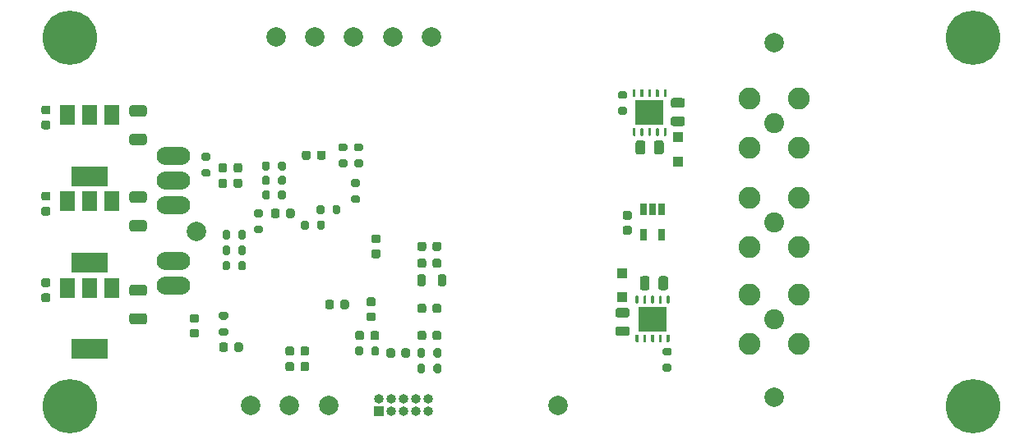
<source format=gbr>
%TF.GenerationSoftware,KiCad,Pcbnew,(5.1.9)-1*%
%TF.CreationDate,2021-05-24T23:59:08-02:30*%
%TF.ProjectId,WPT_TX,5750545f-5458-42e6-9b69-6361645f7063,rev?*%
%TF.SameCoordinates,Original*%
%TF.FileFunction,Soldermask,Bot*%
%TF.FilePolarity,Negative*%
%FSLAX46Y46*%
G04 Gerber Fmt 4.6, Leading zero omitted, Abs format (unit mm)*
G04 Created by KiCad (PCBNEW (5.1.9)-1) date 2021-05-24 23:59:08*
%MOMM*%
%LPD*%
G01*
G04 APERTURE LIST*
%ADD10R,3.000000X2.600000*%
%ADD11O,3.479800X1.841500*%
%ADD12R,3.800000X2.000000*%
%ADD13R,1.500000X2.000000*%
%ADD14R,0.650000X1.220000*%
%ADD15C,2.250000*%
%ADD16C,2.050000*%
%ADD17R,1.000000X1.000000*%
%ADD18O,1.000000X1.000000*%
%ADD19C,5.600000*%
%ADD20C,2.000000*%
G04 APERTURE END LIST*
%TO.C,U10*%
G36*
G01*
X162950000Y-102525000D02*
X162950000Y-101875000D01*
G75*
G02*
X163025000Y-101800000I75000J0D01*
G01*
X163175000Y-101800000D01*
G75*
G02*
X163250000Y-101875000I0J-75000D01*
G01*
X163250000Y-102525000D01*
G75*
G02*
X163175000Y-102600000I-75000J0D01*
G01*
X163025000Y-102600000D01*
G75*
G02*
X162950000Y-102525000I0J75000D01*
G01*
G37*
G36*
G01*
X163750000Y-102525000D02*
X163750000Y-101875000D01*
G75*
G02*
X163825000Y-101800000I75000J0D01*
G01*
X163975000Y-101800000D01*
G75*
G02*
X164050000Y-101875000I0J-75000D01*
G01*
X164050000Y-102525000D01*
G75*
G02*
X163975000Y-102600000I-75000J0D01*
G01*
X163825000Y-102600000D01*
G75*
G02*
X163750000Y-102525000I0J75000D01*
G01*
G37*
G36*
G01*
X164550000Y-102525000D02*
X164550000Y-101875000D01*
G75*
G02*
X164625000Y-101800000I75000J0D01*
G01*
X164775000Y-101800000D01*
G75*
G02*
X164850000Y-101875000I0J-75000D01*
G01*
X164850000Y-102525000D01*
G75*
G02*
X164775000Y-102600000I-75000J0D01*
G01*
X164625000Y-102600000D01*
G75*
G02*
X164550000Y-102525000I0J75000D01*
G01*
G37*
G36*
G01*
X165350000Y-102525000D02*
X165350000Y-101875000D01*
G75*
G02*
X165425000Y-101800000I75000J0D01*
G01*
X165575000Y-101800000D01*
G75*
G02*
X165650000Y-101875000I0J-75000D01*
G01*
X165650000Y-102525000D01*
G75*
G02*
X165575000Y-102600000I-75000J0D01*
G01*
X165425000Y-102600000D01*
G75*
G02*
X165350000Y-102525000I0J75000D01*
G01*
G37*
G36*
G01*
X166150000Y-102525000D02*
X166150000Y-101875000D01*
G75*
G02*
X166225000Y-101800000I75000J0D01*
G01*
X166375000Y-101800000D01*
G75*
G02*
X166450000Y-101875000I0J-75000D01*
G01*
X166450000Y-102525000D01*
G75*
G02*
X166375000Y-102600000I-75000J0D01*
G01*
X166225000Y-102600000D01*
G75*
G02*
X166150000Y-102525000I0J75000D01*
G01*
G37*
G36*
G01*
X162950000Y-106525000D02*
X162950000Y-105875000D01*
G75*
G02*
X163025000Y-105800000I75000J0D01*
G01*
X163175000Y-105800000D01*
G75*
G02*
X163250000Y-105875000I0J-75000D01*
G01*
X163250000Y-106525000D01*
G75*
G02*
X163175000Y-106600000I-75000J0D01*
G01*
X163025000Y-106600000D01*
G75*
G02*
X162950000Y-106525000I0J75000D01*
G01*
G37*
G36*
G01*
X163750000Y-106525000D02*
X163750000Y-105875000D01*
G75*
G02*
X163825000Y-105800000I75000J0D01*
G01*
X163975000Y-105800000D01*
G75*
G02*
X164050000Y-105875000I0J-75000D01*
G01*
X164050000Y-106525000D01*
G75*
G02*
X163975000Y-106600000I-75000J0D01*
G01*
X163825000Y-106600000D01*
G75*
G02*
X163750000Y-106525000I0J75000D01*
G01*
G37*
G36*
G01*
X164550000Y-106525000D02*
X164550000Y-105875000D01*
G75*
G02*
X164625000Y-105800000I75000J0D01*
G01*
X164775000Y-105800000D01*
G75*
G02*
X164850000Y-105875000I0J-75000D01*
G01*
X164850000Y-106525000D01*
G75*
G02*
X164775000Y-106600000I-75000J0D01*
G01*
X164625000Y-106600000D01*
G75*
G02*
X164550000Y-106525000I0J75000D01*
G01*
G37*
G36*
G01*
X165350000Y-106525000D02*
X165350000Y-105875000D01*
G75*
G02*
X165425000Y-105800000I75000J0D01*
G01*
X165575000Y-105800000D01*
G75*
G02*
X165650000Y-105875000I0J-75000D01*
G01*
X165650000Y-106525000D01*
G75*
G02*
X165575000Y-106600000I-75000J0D01*
G01*
X165425000Y-106600000D01*
G75*
G02*
X165350000Y-106525000I0J75000D01*
G01*
G37*
D10*
X164700000Y-104200000D03*
G36*
G01*
X166150000Y-106525000D02*
X166150000Y-105875000D01*
G75*
G02*
X166225000Y-105800000I75000J0D01*
G01*
X166375000Y-105800000D01*
G75*
G02*
X166450000Y-105875000I0J-75000D01*
G01*
X166450000Y-106525000D01*
G75*
G02*
X166375000Y-106600000I-75000J0D01*
G01*
X166225000Y-106600000D01*
G75*
G02*
X166150000Y-106525000I0J75000D01*
G01*
G37*
%TD*%
%TO.C,U13*%
G36*
G01*
X166750000Y-127175000D02*
X166750000Y-127825000D01*
G75*
G02*
X166675000Y-127900000I-75000J0D01*
G01*
X166525000Y-127900000D01*
G75*
G02*
X166450000Y-127825000I0J75000D01*
G01*
X166450000Y-127175000D01*
G75*
G02*
X166525000Y-127100000I75000J0D01*
G01*
X166675000Y-127100000D01*
G75*
G02*
X166750000Y-127175000I0J-75000D01*
G01*
G37*
G36*
G01*
X165950000Y-127175000D02*
X165950000Y-127825000D01*
G75*
G02*
X165875000Y-127900000I-75000J0D01*
G01*
X165725000Y-127900000D01*
G75*
G02*
X165650000Y-127825000I0J75000D01*
G01*
X165650000Y-127175000D01*
G75*
G02*
X165725000Y-127100000I75000J0D01*
G01*
X165875000Y-127100000D01*
G75*
G02*
X165950000Y-127175000I0J-75000D01*
G01*
G37*
G36*
G01*
X165150000Y-127175000D02*
X165150000Y-127825000D01*
G75*
G02*
X165075000Y-127900000I-75000J0D01*
G01*
X164925000Y-127900000D01*
G75*
G02*
X164850000Y-127825000I0J75000D01*
G01*
X164850000Y-127175000D01*
G75*
G02*
X164925000Y-127100000I75000J0D01*
G01*
X165075000Y-127100000D01*
G75*
G02*
X165150000Y-127175000I0J-75000D01*
G01*
G37*
G36*
G01*
X164350000Y-127175000D02*
X164350000Y-127825000D01*
G75*
G02*
X164275000Y-127900000I-75000J0D01*
G01*
X164125000Y-127900000D01*
G75*
G02*
X164050000Y-127825000I0J75000D01*
G01*
X164050000Y-127175000D01*
G75*
G02*
X164125000Y-127100000I75000J0D01*
G01*
X164275000Y-127100000D01*
G75*
G02*
X164350000Y-127175000I0J-75000D01*
G01*
G37*
G36*
G01*
X163550000Y-127175000D02*
X163550000Y-127825000D01*
G75*
G02*
X163475000Y-127900000I-75000J0D01*
G01*
X163325000Y-127900000D01*
G75*
G02*
X163250000Y-127825000I0J75000D01*
G01*
X163250000Y-127175000D01*
G75*
G02*
X163325000Y-127100000I75000J0D01*
G01*
X163475000Y-127100000D01*
G75*
G02*
X163550000Y-127175000I0J-75000D01*
G01*
G37*
G36*
G01*
X166750000Y-123175000D02*
X166750000Y-123825000D01*
G75*
G02*
X166675000Y-123900000I-75000J0D01*
G01*
X166525000Y-123900000D01*
G75*
G02*
X166450000Y-123825000I0J75000D01*
G01*
X166450000Y-123175000D01*
G75*
G02*
X166525000Y-123100000I75000J0D01*
G01*
X166675000Y-123100000D01*
G75*
G02*
X166750000Y-123175000I0J-75000D01*
G01*
G37*
G36*
G01*
X165950000Y-123175000D02*
X165950000Y-123825000D01*
G75*
G02*
X165875000Y-123900000I-75000J0D01*
G01*
X165725000Y-123900000D01*
G75*
G02*
X165650000Y-123825000I0J75000D01*
G01*
X165650000Y-123175000D01*
G75*
G02*
X165725000Y-123100000I75000J0D01*
G01*
X165875000Y-123100000D01*
G75*
G02*
X165950000Y-123175000I0J-75000D01*
G01*
G37*
G36*
G01*
X165150000Y-123175000D02*
X165150000Y-123825000D01*
G75*
G02*
X165075000Y-123900000I-75000J0D01*
G01*
X164925000Y-123900000D01*
G75*
G02*
X164850000Y-123825000I0J75000D01*
G01*
X164850000Y-123175000D01*
G75*
G02*
X164925000Y-123100000I75000J0D01*
G01*
X165075000Y-123100000D01*
G75*
G02*
X165150000Y-123175000I0J-75000D01*
G01*
G37*
G36*
G01*
X164350000Y-123175000D02*
X164350000Y-123825000D01*
G75*
G02*
X164275000Y-123900000I-75000J0D01*
G01*
X164125000Y-123900000D01*
G75*
G02*
X164050000Y-123825000I0J75000D01*
G01*
X164050000Y-123175000D01*
G75*
G02*
X164125000Y-123100000I75000J0D01*
G01*
X164275000Y-123100000D01*
G75*
G02*
X164350000Y-123175000I0J-75000D01*
G01*
G37*
X165000000Y-125500000D03*
G36*
G01*
X163550000Y-123175000D02*
X163550000Y-123825000D01*
G75*
G02*
X163475000Y-123900000I-75000J0D01*
G01*
X163325000Y-123900000D01*
G75*
G02*
X163250000Y-123825000I0J75000D01*
G01*
X163250000Y-123175000D01*
G75*
G02*
X163325000Y-123100000I75000J0D01*
G01*
X163475000Y-123100000D01*
G75*
G02*
X163550000Y-123175000I0J-75000D01*
G01*
G37*
%TD*%
D11*
%TO.C,J7*%
X115620000Y-111250000D03*
X115620000Y-113790000D03*
X115620000Y-108710000D03*
%TD*%
%TO.C,J8*%
X115620000Y-122020000D03*
X115620000Y-119480000D03*
%TD*%
%TO.C,C1*%
G36*
G01*
X102250000Y-103475000D02*
X102750000Y-103475000D01*
G75*
G02*
X102975000Y-103700000I0J-225000D01*
G01*
X102975000Y-104150000D01*
G75*
G02*
X102750000Y-104375000I-225000J0D01*
G01*
X102250000Y-104375000D01*
G75*
G02*
X102025000Y-104150000I0J225000D01*
G01*
X102025000Y-103700000D01*
G75*
G02*
X102250000Y-103475000I225000J0D01*
G01*
G37*
G36*
G01*
X102250000Y-105025000D02*
X102750000Y-105025000D01*
G75*
G02*
X102975000Y-105250000I0J-225000D01*
G01*
X102975000Y-105700000D01*
G75*
G02*
X102750000Y-105925000I-225000J0D01*
G01*
X102250000Y-105925000D01*
G75*
G02*
X102025000Y-105700000I0J225000D01*
G01*
X102025000Y-105250000D01*
G75*
G02*
X102250000Y-105025000I225000J0D01*
G01*
G37*
%TD*%
%TO.C,C2*%
G36*
G01*
X102250000Y-113925000D02*
X102750000Y-113925000D01*
G75*
G02*
X102975000Y-114150000I0J-225000D01*
G01*
X102975000Y-114600000D01*
G75*
G02*
X102750000Y-114825000I-225000J0D01*
G01*
X102250000Y-114825000D01*
G75*
G02*
X102025000Y-114600000I0J225000D01*
G01*
X102025000Y-114150000D01*
G75*
G02*
X102250000Y-113925000I225000J0D01*
G01*
G37*
G36*
G01*
X102250000Y-112375000D02*
X102750000Y-112375000D01*
G75*
G02*
X102975000Y-112600000I0J-225000D01*
G01*
X102975000Y-113050000D01*
G75*
G02*
X102750000Y-113275000I-225000J0D01*
G01*
X102250000Y-113275000D01*
G75*
G02*
X102025000Y-113050000I0J225000D01*
G01*
X102025000Y-112600000D01*
G75*
G02*
X102250000Y-112375000I225000J0D01*
G01*
G37*
%TD*%
%TO.C,C3*%
G36*
G01*
X102250000Y-121300000D02*
X102750000Y-121300000D01*
G75*
G02*
X102975000Y-121525000I0J-225000D01*
G01*
X102975000Y-121975000D01*
G75*
G02*
X102750000Y-122200000I-225000J0D01*
G01*
X102250000Y-122200000D01*
G75*
G02*
X102025000Y-121975000I0J225000D01*
G01*
X102025000Y-121525000D01*
G75*
G02*
X102250000Y-121300000I225000J0D01*
G01*
G37*
G36*
G01*
X102250000Y-122850000D02*
X102750000Y-122850000D01*
G75*
G02*
X102975000Y-123075000I0J-225000D01*
G01*
X102975000Y-123525000D01*
G75*
G02*
X102750000Y-123750000I-225000J0D01*
G01*
X102250000Y-123750000D01*
G75*
G02*
X102025000Y-123525000I0J225000D01*
G01*
X102025000Y-123075000D01*
G75*
G02*
X102250000Y-122850000I225000J0D01*
G01*
G37*
%TD*%
%TO.C,C4*%
G36*
G01*
X121825000Y-110150000D02*
X121825000Y-109650000D01*
G75*
G02*
X122050000Y-109425000I225000J0D01*
G01*
X122500000Y-109425000D01*
G75*
G02*
X122725000Y-109650000I0J-225000D01*
G01*
X122725000Y-110150000D01*
G75*
G02*
X122500000Y-110375000I-225000J0D01*
G01*
X122050000Y-110375000D01*
G75*
G02*
X121825000Y-110150000I0J225000D01*
G01*
G37*
G36*
G01*
X120275000Y-110150000D02*
X120275000Y-109650000D01*
G75*
G02*
X120500000Y-109425000I225000J0D01*
G01*
X120950000Y-109425000D01*
G75*
G02*
X121175000Y-109650000I0J-225000D01*
G01*
X121175000Y-110150000D01*
G75*
G02*
X120950000Y-110375000I-225000J0D01*
G01*
X120500000Y-110375000D01*
G75*
G02*
X120275000Y-110150000I0J225000D01*
G01*
G37*
%TD*%
%TO.C,C5*%
G36*
G01*
X131325000Y-108350000D02*
X131325000Y-108850000D01*
G75*
G02*
X131100000Y-109075000I-225000J0D01*
G01*
X130650000Y-109075000D01*
G75*
G02*
X130425000Y-108850000I0J225000D01*
G01*
X130425000Y-108350000D01*
G75*
G02*
X130650000Y-108125000I225000J0D01*
G01*
X131100000Y-108125000D01*
G75*
G02*
X131325000Y-108350000I0J-225000D01*
G01*
G37*
G36*
G01*
X129775000Y-108350000D02*
X129775000Y-108850000D01*
G75*
G02*
X129550000Y-109075000I-225000J0D01*
G01*
X129100000Y-109075000D01*
G75*
G02*
X128875000Y-108850000I0J225000D01*
G01*
X128875000Y-108350000D01*
G75*
G02*
X129100000Y-108125000I225000J0D01*
G01*
X129550000Y-108125000D01*
G75*
G02*
X129775000Y-108350000I0J-225000D01*
G01*
G37*
%TD*%
%TO.C,C9*%
G36*
G01*
X121825000Y-111750000D02*
X121825000Y-111250000D01*
G75*
G02*
X122050000Y-111025000I225000J0D01*
G01*
X122500000Y-111025000D01*
G75*
G02*
X122725000Y-111250000I0J-225000D01*
G01*
X122725000Y-111750000D01*
G75*
G02*
X122500000Y-111975000I-225000J0D01*
G01*
X122050000Y-111975000D01*
G75*
G02*
X121825000Y-111750000I0J225000D01*
G01*
G37*
G36*
G01*
X120275000Y-111750000D02*
X120275000Y-111250000D01*
G75*
G02*
X120500000Y-111025000I225000J0D01*
G01*
X120950000Y-111025000D01*
G75*
G02*
X121175000Y-111250000I0J-225000D01*
G01*
X121175000Y-111750000D01*
G75*
G02*
X120950000Y-111975000I-225000J0D01*
G01*
X120500000Y-111975000D01*
G75*
G02*
X120275000Y-111750000I0J225000D01*
G01*
G37*
%TD*%
%TO.C,C11*%
G36*
G01*
X127225000Y-114850000D02*
X127225000Y-114350000D01*
G75*
G02*
X127450000Y-114125000I225000J0D01*
G01*
X127900000Y-114125000D01*
G75*
G02*
X128125000Y-114350000I0J-225000D01*
G01*
X128125000Y-114850000D01*
G75*
G02*
X127900000Y-115075000I-225000J0D01*
G01*
X127450000Y-115075000D01*
G75*
G02*
X127225000Y-114850000I0J225000D01*
G01*
G37*
G36*
G01*
X125675000Y-114850000D02*
X125675000Y-114350000D01*
G75*
G02*
X125900000Y-114125000I225000J0D01*
G01*
X126350000Y-114125000D01*
G75*
G02*
X126575000Y-114350000I0J-225000D01*
G01*
X126575000Y-114850000D01*
G75*
G02*
X126350000Y-115075000I-225000J0D01*
G01*
X125900000Y-115075000D01*
G75*
G02*
X125675000Y-114850000I0J225000D01*
G01*
G37*
%TD*%
%TO.C,C12*%
G36*
G01*
X140775000Y-127450000D02*
X140775000Y-126950000D01*
G75*
G02*
X141000000Y-126725000I225000J0D01*
G01*
X141450000Y-126725000D01*
G75*
G02*
X141675000Y-126950000I0J-225000D01*
G01*
X141675000Y-127450000D01*
G75*
G02*
X141450000Y-127675000I-225000J0D01*
G01*
X141000000Y-127675000D01*
G75*
G02*
X140775000Y-127450000I0J225000D01*
G01*
G37*
G36*
G01*
X142325000Y-127450000D02*
X142325000Y-126950000D01*
G75*
G02*
X142550000Y-126725000I225000J0D01*
G01*
X143000000Y-126725000D01*
G75*
G02*
X143225000Y-126950000I0J-225000D01*
G01*
X143225000Y-127450000D01*
G75*
G02*
X143000000Y-127675000I-225000J0D01*
G01*
X142550000Y-127675000D01*
G75*
G02*
X142325000Y-127450000I0J225000D01*
G01*
G37*
%TD*%
%TO.C,C13*%
G36*
G01*
X142325000Y-124650000D02*
X142325000Y-124150000D01*
G75*
G02*
X142550000Y-123925000I225000J0D01*
G01*
X143000000Y-123925000D01*
G75*
G02*
X143225000Y-124150000I0J-225000D01*
G01*
X143225000Y-124650000D01*
G75*
G02*
X143000000Y-124875000I-225000J0D01*
G01*
X142550000Y-124875000D01*
G75*
G02*
X142325000Y-124650000I0J225000D01*
G01*
G37*
G36*
G01*
X140775000Y-124650000D02*
X140775000Y-124150000D01*
G75*
G02*
X141000000Y-123925000I225000J0D01*
G01*
X141450000Y-123925000D01*
G75*
G02*
X141675000Y-124150000I0J-225000D01*
G01*
X141675000Y-124650000D01*
G75*
G02*
X141450000Y-124875000I-225000J0D01*
G01*
X141000000Y-124875000D01*
G75*
G02*
X140775000Y-124650000I0J225000D01*
G01*
G37*
%TD*%
%TO.C,C14*%
G36*
G01*
X142325000Y-120000000D02*
X142325000Y-119500000D01*
G75*
G02*
X142550000Y-119275000I225000J0D01*
G01*
X143000000Y-119275000D01*
G75*
G02*
X143225000Y-119500000I0J-225000D01*
G01*
X143225000Y-120000000D01*
G75*
G02*
X143000000Y-120225000I-225000J0D01*
G01*
X142550000Y-120225000D01*
G75*
G02*
X142325000Y-120000000I0J225000D01*
G01*
G37*
G36*
G01*
X140775000Y-120000000D02*
X140775000Y-119500000D01*
G75*
G02*
X141000000Y-119275000I225000J0D01*
G01*
X141450000Y-119275000D01*
G75*
G02*
X141675000Y-119500000I0J-225000D01*
G01*
X141675000Y-120000000D01*
G75*
G02*
X141450000Y-120225000I-225000J0D01*
G01*
X141000000Y-120225000D01*
G75*
G02*
X140775000Y-120000000I0J225000D01*
G01*
G37*
%TD*%
%TO.C,C15*%
G36*
G01*
X142325000Y-118250000D02*
X142325000Y-117750000D01*
G75*
G02*
X142550000Y-117525000I225000J0D01*
G01*
X143000000Y-117525000D01*
G75*
G02*
X143225000Y-117750000I0J-225000D01*
G01*
X143225000Y-118250000D01*
G75*
G02*
X143000000Y-118475000I-225000J0D01*
G01*
X142550000Y-118475000D01*
G75*
G02*
X142325000Y-118250000I0J225000D01*
G01*
G37*
G36*
G01*
X140775000Y-118250000D02*
X140775000Y-117750000D01*
G75*
G02*
X141000000Y-117525000I225000J0D01*
G01*
X141450000Y-117525000D01*
G75*
G02*
X141675000Y-117750000I0J-225000D01*
G01*
X141675000Y-118250000D01*
G75*
G02*
X141450000Y-118475000I-225000J0D01*
G01*
X141000000Y-118475000D01*
G75*
G02*
X140775000Y-118250000I0J225000D01*
G01*
G37*
%TD*%
%TO.C,C16*%
G36*
G01*
X162650000Y-116800000D02*
X162150000Y-116800000D01*
G75*
G02*
X161925000Y-116575000I0J225000D01*
G01*
X161925000Y-116125000D01*
G75*
G02*
X162150000Y-115900000I225000J0D01*
G01*
X162650000Y-115900000D01*
G75*
G02*
X162875000Y-116125000I0J-225000D01*
G01*
X162875000Y-116575000D01*
G75*
G02*
X162650000Y-116800000I-225000J0D01*
G01*
G37*
G36*
G01*
X162650000Y-115250000D02*
X162150000Y-115250000D01*
G75*
G02*
X161925000Y-115025000I0J225000D01*
G01*
X161925000Y-114575000D01*
G75*
G02*
X162150000Y-114350000I225000J0D01*
G01*
X162650000Y-114350000D01*
G75*
G02*
X162875000Y-114575000I0J-225000D01*
G01*
X162875000Y-115025000D01*
G75*
G02*
X162650000Y-115250000I-225000J0D01*
G01*
G37*
%TD*%
%TO.C,C17*%
G36*
G01*
X135925000Y-127450000D02*
X135925000Y-126950000D01*
G75*
G02*
X136150000Y-126725000I225000J0D01*
G01*
X136600000Y-126725000D01*
G75*
G02*
X136825000Y-126950000I0J-225000D01*
G01*
X136825000Y-127450000D01*
G75*
G02*
X136600000Y-127675000I-225000J0D01*
G01*
X136150000Y-127675000D01*
G75*
G02*
X135925000Y-127450000I0J225000D01*
G01*
G37*
G36*
G01*
X134375000Y-127450000D02*
X134375000Y-126950000D01*
G75*
G02*
X134600000Y-126725000I225000J0D01*
G01*
X135050000Y-126725000D01*
G75*
G02*
X135275000Y-126950000I0J-225000D01*
G01*
X135275000Y-127450000D01*
G75*
G02*
X135050000Y-127675000I-225000J0D01*
G01*
X134600000Y-127675000D01*
G75*
G02*
X134375000Y-127450000I0J225000D01*
G01*
G37*
%TD*%
%TO.C,C18*%
G36*
G01*
X136250000Y-116775000D02*
X136750000Y-116775000D01*
G75*
G02*
X136975000Y-117000000I0J-225000D01*
G01*
X136975000Y-117450000D01*
G75*
G02*
X136750000Y-117675000I-225000J0D01*
G01*
X136250000Y-117675000D01*
G75*
G02*
X136025000Y-117450000I0J225000D01*
G01*
X136025000Y-117000000D01*
G75*
G02*
X136250000Y-116775000I225000J0D01*
G01*
G37*
G36*
G01*
X136250000Y-118325000D02*
X136750000Y-118325000D01*
G75*
G02*
X136975000Y-118550000I0J-225000D01*
G01*
X136975000Y-119000000D01*
G75*
G02*
X136750000Y-119225000I-225000J0D01*
G01*
X136250000Y-119225000D01*
G75*
G02*
X136025000Y-119000000I0J225000D01*
G01*
X136025000Y-118550000D01*
G75*
G02*
X136250000Y-118325000I225000J0D01*
G01*
G37*
%TD*%
%TO.C,C19*%
G36*
G01*
X131275000Y-124250000D02*
X131275000Y-123750000D01*
G75*
G02*
X131500000Y-123525000I225000J0D01*
G01*
X131950000Y-123525000D01*
G75*
G02*
X132175000Y-123750000I0J-225000D01*
G01*
X132175000Y-124250000D01*
G75*
G02*
X131950000Y-124475000I-225000J0D01*
G01*
X131500000Y-124475000D01*
G75*
G02*
X131275000Y-124250000I0J225000D01*
G01*
G37*
G36*
G01*
X132825000Y-124250000D02*
X132825000Y-123750000D01*
G75*
G02*
X133050000Y-123525000I225000J0D01*
G01*
X133500000Y-123525000D01*
G75*
G02*
X133725000Y-123750000I0J-225000D01*
G01*
X133725000Y-124250000D01*
G75*
G02*
X133500000Y-124475000I-225000J0D01*
G01*
X133050000Y-124475000D01*
G75*
G02*
X132825000Y-124250000I0J225000D01*
G01*
G37*
%TD*%
%TO.C,C20*%
G36*
G01*
X136250000Y-124175000D02*
X135750000Y-124175000D01*
G75*
G02*
X135525000Y-123950000I0J225000D01*
G01*
X135525000Y-123500000D01*
G75*
G02*
X135750000Y-123275000I225000J0D01*
G01*
X136250000Y-123275000D01*
G75*
G02*
X136475000Y-123500000I0J-225000D01*
G01*
X136475000Y-123950000D01*
G75*
G02*
X136250000Y-124175000I-225000J0D01*
G01*
G37*
G36*
G01*
X136250000Y-125725000D02*
X135750000Y-125725000D01*
G75*
G02*
X135525000Y-125500000I0J225000D01*
G01*
X135525000Y-125050000D01*
G75*
G02*
X135750000Y-124825000I225000J0D01*
G01*
X136250000Y-124825000D01*
G75*
G02*
X136475000Y-125050000I0J-225000D01*
G01*
X136475000Y-125500000D01*
G75*
G02*
X136250000Y-125725000I-225000J0D01*
G01*
G37*
%TD*%
%TO.C,C22*%
G36*
G01*
X128725000Y-130650000D02*
X128725000Y-130150000D01*
G75*
G02*
X128950000Y-129925000I225000J0D01*
G01*
X129400000Y-129925000D01*
G75*
G02*
X129625000Y-130150000I0J-225000D01*
G01*
X129625000Y-130650000D01*
G75*
G02*
X129400000Y-130875000I-225000J0D01*
G01*
X128950000Y-130875000D01*
G75*
G02*
X128725000Y-130650000I0J225000D01*
G01*
G37*
G36*
G01*
X127175000Y-130650000D02*
X127175000Y-130150000D01*
G75*
G02*
X127400000Y-129925000I225000J0D01*
G01*
X127850000Y-129925000D01*
G75*
G02*
X128075000Y-130150000I0J-225000D01*
G01*
X128075000Y-130650000D01*
G75*
G02*
X127850000Y-130875000I-225000J0D01*
G01*
X127400000Y-130875000D01*
G75*
G02*
X127175000Y-130650000I0J225000D01*
G01*
G37*
%TD*%
%TO.C,C23*%
G36*
G01*
X129625000Y-128550000D02*
X129625000Y-129050000D01*
G75*
G02*
X129400000Y-129275000I-225000J0D01*
G01*
X128950000Y-129275000D01*
G75*
G02*
X128725000Y-129050000I0J225000D01*
G01*
X128725000Y-128550000D01*
G75*
G02*
X128950000Y-128325000I225000J0D01*
G01*
X129400000Y-128325000D01*
G75*
G02*
X129625000Y-128550000I0J-225000D01*
G01*
G37*
G36*
G01*
X128075000Y-128550000D02*
X128075000Y-129050000D01*
G75*
G02*
X127850000Y-129275000I-225000J0D01*
G01*
X127400000Y-129275000D01*
G75*
G02*
X127175000Y-129050000I0J225000D01*
G01*
X127175000Y-128550000D01*
G75*
G02*
X127400000Y-128325000I225000J0D01*
G01*
X127850000Y-128325000D01*
G75*
G02*
X128075000Y-128550000I0J-225000D01*
G01*
G37*
%TD*%
%TO.C,C25*%
G36*
G01*
X121900000Y-128650000D02*
X121900000Y-128150000D01*
G75*
G02*
X122125000Y-127925000I225000J0D01*
G01*
X122575000Y-127925000D01*
G75*
G02*
X122800000Y-128150000I0J-225000D01*
G01*
X122800000Y-128650000D01*
G75*
G02*
X122575000Y-128875000I-225000J0D01*
G01*
X122125000Y-128875000D01*
G75*
G02*
X121900000Y-128650000I0J225000D01*
G01*
G37*
G36*
G01*
X120350000Y-128650000D02*
X120350000Y-128150000D01*
G75*
G02*
X120575000Y-127925000I225000J0D01*
G01*
X121025000Y-127925000D01*
G75*
G02*
X121250000Y-128150000I0J-225000D01*
G01*
X121250000Y-128650000D01*
G75*
G02*
X121025000Y-128875000I-225000J0D01*
G01*
X120575000Y-128875000D01*
G75*
G02*
X120350000Y-128650000I0J225000D01*
G01*
G37*
%TD*%
%TO.C,C31*%
G36*
G01*
X118050000Y-127425000D02*
X117550000Y-127425000D01*
G75*
G02*
X117325000Y-127200000I0J225000D01*
G01*
X117325000Y-126750000D01*
G75*
G02*
X117550000Y-126525000I225000J0D01*
G01*
X118050000Y-126525000D01*
G75*
G02*
X118275000Y-126750000I0J-225000D01*
G01*
X118275000Y-127200000D01*
G75*
G02*
X118050000Y-127425000I-225000J0D01*
G01*
G37*
G36*
G01*
X118050000Y-125875000D02*
X117550000Y-125875000D01*
G75*
G02*
X117325000Y-125650000I0J225000D01*
G01*
X117325000Y-125200000D01*
G75*
G02*
X117550000Y-124975000I225000J0D01*
G01*
X118050000Y-124975000D01*
G75*
G02*
X118275000Y-125200000I0J-225000D01*
G01*
X118275000Y-125650000D01*
G75*
G02*
X118050000Y-125875000I-225000J0D01*
G01*
G37*
%TD*%
%TO.C,C32*%
G36*
G01*
X163700000Y-122275000D02*
X163700000Y-121325000D01*
G75*
G02*
X163950000Y-121075000I250000J0D01*
G01*
X164450000Y-121075000D01*
G75*
G02*
X164700000Y-121325000I0J-250000D01*
G01*
X164700000Y-122275000D01*
G75*
G02*
X164450000Y-122525000I-250000J0D01*
G01*
X163950000Y-122525000D01*
G75*
G02*
X163700000Y-122275000I0J250000D01*
G01*
G37*
G36*
G01*
X165600000Y-122275000D02*
X165600000Y-121325000D01*
G75*
G02*
X165850000Y-121075000I250000J0D01*
G01*
X166350000Y-121075000D01*
G75*
G02*
X166600000Y-121325000I0J-250000D01*
G01*
X166600000Y-122275000D01*
G75*
G02*
X166350000Y-122525000I-250000J0D01*
G01*
X165850000Y-122525000D01*
G75*
G02*
X165600000Y-122275000I0J250000D01*
G01*
G37*
%TD*%
%TO.C,C33*%
G36*
G01*
X140025000Y-128750000D02*
X140025000Y-129250000D01*
G75*
G02*
X139800000Y-129475000I-225000J0D01*
G01*
X139350000Y-129475000D01*
G75*
G02*
X139125000Y-129250000I0J225000D01*
G01*
X139125000Y-128750000D01*
G75*
G02*
X139350000Y-128525000I225000J0D01*
G01*
X139800000Y-128525000D01*
G75*
G02*
X140025000Y-128750000I0J-225000D01*
G01*
G37*
G36*
G01*
X138475000Y-128750000D02*
X138475000Y-129250000D01*
G75*
G02*
X138250000Y-129475000I-225000J0D01*
G01*
X137800000Y-129475000D01*
G75*
G02*
X137575000Y-129250000I0J225000D01*
G01*
X137575000Y-128750000D01*
G75*
G02*
X137800000Y-128525000I225000J0D01*
G01*
X138250000Y-128525000D01*
G75*
G02*
X138475000Y-128750000I0J-225000D01*
G01*
G37*
%TD*%
%TO.C,FB1*%
G36*
G01*
X140750000Y-121881250D02*
X140750000Y-121118750D01*
G75*
G02*
X140968750Y-120900000I218750J0D01*
G01*
X141406250Y-120900000D01*
G75*
G02*
X141625000Y-121118750I0J-218750D01*
G01*
X141625000Y-121881250D01*
G75*
G02*
X141406250Y-122100000I-218750J0D01*
G01*
X140968750Y-122100000D01*
G75*
G02*
X140750000Y-121881250I0J218750D01*
G01*
G37*
G36*
G01*
X142875000Y-121881250D02*
X142875000Y-121118750D01*
G75*
G02*
X143093750Y-120900000I218750J0D01*
G01*
X143531250Y-120900000D01*
G75*
G02*
X143750000Y-121118750I0J-218750D01*
G01*
X143750000Y-121881250D01*
G75*
G02*
X143531250Y-122100000I-218750J0D01*
G01*
X143093750Y-122100000D01*
G75*
G02*
X142875000Y-121881250I0J218750D01*
G01*
G37*
%TD*%
%TO.C,R1*%
G36*
G01*
X119275000Y-109175000D02*
X118725000Y-109175000D01*
G75*
G02*
X118525000Y-108975000I0J200000D01*
G01*
X118525000Y-108575000D01*
G75*
G02*
X118725000Y-108375000I200000J0D01*
G01*
X119275000Y-108375000D01*
G75*
G02*
X119475000Y-108575000I0J-200000D01*
G01*
X119475000Y-108975000D01*
G75*
G02*
X119275000Y-109175000I-200000J0D01*
G01*
G37*
G36*
G01*
X119275000Y-110825000D02*
X118725000Y-110825000D01*
G75*
G02*
X118525000Y-110625000I0J200000D01*
G01*
X118525000Y-110225000D01*
G75*
G02*
X118725000Y-110025000I200000J0D01*
G01*
X119275000Y-110025000D01*
G75*
G02*
X119475000Y-110225000I0J-200000D01*
G01*
X119475000Y-110625000D01*
G75*
G02*
X119275000Y-110825000I-200000J0D01*
G01*
G37*
%TD*%
%TO.C,R3*%
G36*
G01*
X127225000Y-109425000D02*
X127225000Y-109975000D01*
G75*
G02*
X127025000Y-110175000I-200000J0D01*
G01*
X126625000Y-110175000D01*
G75*
G02*
X126425000Y-109975000I0J200000D01*
G01*
X126425000Y-109425000D01*
G75*
G02*
X126625000Y-109225000I200000J0D01*
G01*
X127025000Y-109225000D01*
G75*
G02*
X127225000Y-109425000I0J-200000D01*
G01*
G37*
G36*
G01*
X125575000Y-109425000D02*
X125575000Y-109975000D01*
G75*
G02*
X125375000Y-110175000I-200000J0D01*
G01*
X124975000Y-110175000D01*
G75*
G02*
X124775000Y-109975000I0J200000D01*
G01*
X124775000Y-109425000D01*
G75*
G02*
X124975000Y-109225000I200000J0D01*
G01*
X125375000Y-109225000D01*
G75*
G02*
X125575000Y-109425000I0J-200000D01*
G01*
G37*
%TD*%
%TO.C,R7*%
G36*
G01*
X123125000Y-118125000D02*
X123125000Y-118675000D01*
G75*
G02*
X122925000Y-118875000I-200000J0D01*
G01*
X122525000Y-118875000D01*
G75*
G02*
X122325000Y-118675000I0J200000D01*
G01*
X122325000Y-118125000D01*
G75*
G02*
X122525000Y-117925000I200000J0D01*
G01*
X122925000Y-117925000D01*
G75*
G02*
X123125000Y-118125000I0J-200000D01*
G01*
G37*
G36*
G01*
X121475000Y-118125000D02*
X121475000Y-118675000D01*
G75*
G02*
X121275000Y-118875000I-200000J0D01*
G01*
X120875000Y-118875000D01*
G75*
G02*
X120675000Y-118675000I0J200000D01*
G01*
X120675000Y-118125000D01*
G75*
G02*
X120875000Y-117925000I200000J0D01*
G01*
X121275000Y-117925000D01*
G75*
G02*
X121475000Y-118125000I0J-200000D01*
G01*
G37*
%TD*%
%TO.C,R10*%
G36*
G01*
X121475000Y-116525000D02*
X121475000Y-117075000D01*
G75*
G02*
X121275000Y-117275000I-200000J0D01*
G01*
X120875000Y-117275000D01*
G75*
G02*
X120675000Y-117075000I0J200000D01*
G01*
X120675000Y-116525000D01*
G75*
G02*
X120875000Y-116325000I200000J0D01*
G01*
X121275000Y-116325000D01*
G75*
G02*
X121475000Y-116525000I0J-200000D01*
G01*
G37*
G36*
G01*
X123125000Y-116525000D02*
X123125000Y-117075000D01*
G75*
G02*
X122925000Y-117275000I-200000J0D01*
G01*
X122525000Y-117275000D01*
G75*
G02*
X122325000Y-117075000I0J200000D01*
G01*
X122325000Y-116525000D01*
G75*
G02*
X122525000Y-116325000I200000J0D01*
G01*
X122925000Y-116325000D01*
G75*
G02*
X123125000Y-116525000I0J-200000D01*
G01*
G37*
%TD*%
%TO.C,R11*%
G36*
G01*
X140775000Y-129275000D02*
X140775000Y-128725000D01*
G75*
G02*
X140975000Y-128525000I200000J0D01*
G01*
X141375000Y-128525000D01*
G75*
G02*
X141575000Y-128725000I0J-200000D01*
G01*
X141575000Y-129275000D01*
G75*
G02*
X141375000Y-129475000I-200000J0D01*
G01*
X140975000Y-129475000D01*
G75*
G02*
X140775000Y-129275000I0J200000D01*
G01*
G37*
G36*
G01*
X142425000Y-129275000D02*
X142425000Y-128725000D01*
G75*
G02*
X142625000Y-128525000I200000J0D01*
G01*
X143025000Y-128525000D01*
G75*
G02*
X143225000Y-128725000I0J-200000D01*
G01*
X143225000Y-129275000D01*
G75*
G02*
X143025000Y-129475000I-200000J0D01*
G01*
X142625000Y-129475000D01*
G75*
G02*
X142425000Y-129275000I0J200000D01*
G01*
G37*
%TD*%
%TO.C,R12*%
G36*
G01*
X141575000Y-130325000D02*
X141575000Y-130875000D01*
G75*
G02*
X141375000Y-131075000I-200000J0D01*
G01*
X140975000Y-131075000D01*
G75*
G02*
X140775000Y-130875000I0J200000D01*
G01*
X140775000Y-130325000D01*
G75*
G02*
X140975000Y-130125000I200000J0D01*
G01*
X141375000Y-130125000D01*
G75*
G02*
X141575000Y-130325000I0J-200000D01*
G01*
G37*
G36*
G01*
X143225000Y-130325000D02*
X143225000Y-130875000D01*
G75*
G02*
X143025000Y-131075000I-200000J0D01*
G01*
X142625000Y-131075000D01*
G75*
G02*
X142425000Y-130875000I0J200000D01*
G01*
X142425000Y-130325000D01*
G75*
G02*
X142625000Y-130125000I200000J0D01*
G01*
X143025000Y-130125000D01*
G75*
G02*
X143225000Y-130325000I0J-200000D01*
G01*
G37*
%TD*%
%TO.C,R13*%
G36*
G01*
X123125000Y-119725000D02*
X123125000Y-120275000D01*
G75*
G02*
X122925000Y-120475000I-200000J0D01*
G01*
X122525000Y-120475000D01*
G75*
G02*
X122325000Y-120275000I0J200000D01*
G01*
X122325000Y-119725000D01*
G75*
G02*
X122525000Y-119525000I200000J0D01*
G01*
X122925000Y-119525000D01*
G75*
G02*
X123125000Y-119725000I0J-200000D01*
G01*
G37*
G36*
G01*
X121475000Y-119725000D02*
X121475000Y-120275000D01*
G75*
G02*
X121275000Y-120475000I-200000J0D01*
G01*
X120875000Y-120475000D01*
G75*
G02*
X120675000Y-120275000I0J200000D01*
G01*
X120675000Y-119725000D01*
G75*
G02*
X120875000Y-119525000I200000J0D01*
G01*
X121275000Y-119525000D01*
G75*
G02*
X121475000Y-119725000I0J-200000D01*
G01*
G37*
%TD*%
%TO.C,R14*%
G36*
G01*
X132825000Y-109025000D02*
X133375000Y-109025000D01*
G75*
G02*
X133575000Y-109225000I0J-200000D01*
G01*
X133575000Y-109625000D01*
G75*
G02*
X133375000Y-109825000I-200000J0D01*
G01*
X132825000Y-109825000D01*
G75*
G02*
X132625000Y-109625000I0J200000D01*
G01*
X132625000Y-109225000D01*
G75*
G02*
X132825000Y-109025000I200000J0D01*
G01*
G37*
G36*
G01*
X132825000Y-107375000D02*
X133375000Y-107375000D01*
G75*
G02*
X133575000Y-107575000I0J-200000D01*
G01*
X133575000Y-107975000D01*
G75*
G02*
X133375000Y-108175000I-200000J0D01*
G01*
X132825000Y-108175000D01*
G75*
G02*
X132625000Y-107975000I0J200000D01*
G01*
X132625000Y-107575000D01*
G75*
G02*
X132825000Y-107375000I200000J0D01*
G01*
G37*
%TD*%
%TO.C,R16*%
G36*
G01*
X134425000Y-107375000D02*
X134975000Y-107375000D01*
G75*
G02*
X135175000Y-107575000I0J-200000D01*
G01*
X135175000Y-107975000D01*
G75*
G02*
X134975000Y-108175000I-200000J0D01*
G01*
X134425000Y-108175000D01*
G75*
G02*
X134225000Y-107975000I0J200000D01*
G01*
X134225000Y-107575000D01*
G75*
G02*
X134425000Y-107375000I200000J0D01*
G01*
G37*
G36*
G01*
X134425000Y-109025000D02*
X134975000Y-109025000D01*
G75*
G02*
X135175000Y-109225000I0J-200000D01*
G01*
X135175000Y-109625000D01*
G75*
G02*
X134975000Y-109825000I-200000J0D01*
G01*
X134425000Y-109825000D01*
G75*
G02*
X134225000Y-109625000I0J200000D01*
G01*
X134225000Y-109225000D01*
G75*
G02*
X134425000Y-109025000I200000J0D01*
G01*
G37*
%TD*%
%TO.C,R18*%
G36*
G01*
X135175000Y-128525000D02*
X135175000Y-129075000D01*
G75*
G02*
X134975000Y-129275000I-200000J0D01*
G01*
X134575000Y-129275000D01*
G75*
G02*
X134375000Y-129075000I0J200000D01*
G01*
X134375000Y-128525000D01*
G75*
G02*
X134575000Y-128325000I200000J0D01*
G01*
X134975000Y-128325000D01*
G75*
G02*
X135175000Y-128525000I0J-200000D01*
G01*
G37*
G36*
G01*
X136825000Y-128525000D02*
X136825000Y-129075000D01*
G75*
G02*
X136625000Y-129275000I-200000J0D01*
G01*
X136225000Y-129275000D01*
G75*
G02*
X136025000Y-129075000I0J200000D01*
G01*
X136025000Y-128525000D01*
G75*
G02*
X136225000Y-128325000I200000J0D01*
G01*
X136625000Y-128325000D01*
G75*
G02*
X136825000Y-128525000I0J-200000D01*
G01*
G37*
%TD*%
%TO.C,R21*%
G36*
G01*
X162175000Y-104425000D02*
X161625000Y-104425000D01*
G75*
G02*
X161425000Y-104225000I0J200000D01*
G01*
X161425000Y-103825000D01*
G75*
G02*
X161625000Y-103625000I200000J0D01*
G01*
X162175000Y-103625000D01*
G75*
G02*
X162375000Y-103825000I0J-200000D01*
G01*
X162375000Y-104225000D01*
G75*
G02*
X162175000Y-104425000I-200000J0D01*
G01*
G37*
G36*
G01*
X162175000Y-102775000D02*
X161625000Y-102775000D01*
G75*
G02*
X161425000Y-102575000I0J200000D01*
G01*
X161425000Y-102175000D01*
G75*
G02*
X161625000Y-101975000I200000J0D01*
G01*
X162175000Y-101975000D01*
G75*
G02*
X162375000Y-102175000I0J-200000D01*
G01*
X162375000Y-102575000D01*
G75*
G02*
X162175000Y-102775000I-200000J0D01*
G01*
G37*
%TD*%
%TO.C,R22*%
G36*
G01*
X134125000Y-112725000D02*
X134675000Y-112725000D01*
G75*
G02*
X134875000Y-112925000I0J-200000D01*
G01*
X134875000Y-113325000D01*
G75*
G02*
X134675000Y-113525000I-200000J0D01*
G01*
X134125000Y-113525000D01*
G75*
G02*
X133925000Y-113325000I0J200000D01*
G01*
X133925000Y-112925000D01*
G75*
G02*
X134125000Y-112725000I200000J0D01*
G01*
G37*
G36*
G01*
X134125000Y-111075000D02*
X134675000Y-111075000D01*
G75*
G02*
X134875000Y-111275000I0J-200000D01*
G01*
X134875000Y-111675000D01*
G75*
G02*
X134675000Y-111875000I-200000J0D01*
G01*
X134125000Y-111875000D01*
G75*
G02*
X133925000Y-111675000I0J200000D01*
G01*
X133925000Y-111275000D01*
G75*
G02*
X134125000Y-111075000I200000J0D01*
G01*
G37*
%TD*%
%TO.C,R23*%
G36*
G01*
X120525000Y-126425000D02*
X121075000Y-126425000D01*
G75*
G02*
X121275000Y-126625000I0J-200000D01*
G01*
X121275000Y-127025000D01*
G75*
G02*
X121075000Y-127225000I-200000J0D01*
G01*
X120525000Y-127225000D01*
G75*
G02*
X120325000Y-127025000I0J200000D01*
G01*
X120325000Y-126625000D01*
G75*
G02*
X120525000Y-126425000I200000J0D01*
G01*
G37*
G36*
G01*
X120525000Y-124775000D02*
X121075000Y-124775000D01*
G75*
G02*
X121275000Y-124975000I0J-200000D01*
G01*
X121275000Y-125375000D01*
G75*
G02*
X121075000Y-125575000I-200000J0D01*
G01*
X120525000Y-125575000D01*
G75*
G02*
X120325000Y-125375000I0J200000D01*
G01*
X120325000Y-124975000D01*
G75*
G02*
X120525000Y-124775000I200000J0D01*
G01*
G37*
%TD*%
%TO.C,R24*%
G36*
G01*
X166775000Y-129275000D02*
X166225000Y-129275000D01*
G75*
G02*
X166025000Y-129075000I0J200000D01*
G01*
X166025000Y-128675000D01*
G75*
G02*
X166225000Y-128475000I200000J0D01*
G01*
X166775000Y-128475000D01*
G75*
G02*
X166975000Y-128675000I0J-200000D01*
G01*
X166975000Y-129075000D01*
G75*
G02*
X166775000Y-129275000I-200000J0D01*
G01*
G37*
G36*
G01*
X166775000Y-130925000D02*
X166225000Y-130925000D01*
G75*
G02*
X166025000Y-130725000I0J200000D01*
G01*
X166025000Y-130325000D01*
G75*
G02*
X166225000Y-130125000I200000J0D01*
G01*
X166775000Y-130125000D01*
G75*
G02*
X166975000Y-130325000I0J-200000D01*
G01*
X166975000Y-130725000D01*
G75*
G02*
X166775000Y-130925000I-200000J0D01*
G01*
G37*
%TD*%
D12*
%TO.C,U2*%
X107000000Y-110750000D03*
D13*
X107000000Y-104450000D03*
X109300000Y-104450000D03*
X104700000Y-104450000D03*
%TD*%
D12*
%TO.C,U3*%
X107000000Y-119650000D03*
D13*
X107000000Y-113350000D03*
X109300000Y-113350000D03*
X104700000Y-113350000D03*
%TD*%
%TO.C,U4*%
X104700000Y-122300000D03*
X109300000Y-122300000D03*
X107000000Y-122300000D03*
D12*
X107000000Y-128600000D03*
%TD*%
D14*
%TO.C,U8*%
X164050000Y-114190000D03*
X165000000Y-114190000D03*
X165950000Y-114190000D03*
X165950000Y-116810000D03*
X164050000Y-116810000D03*
%TD*%
%TO.C,C6*%
G36*
G01*
X111349999Y-106400000D02*
X112650001Y-106400000D01*
G75*
G02*
X112900000Y-106649999I0J-249999D01*
G01*
X112900000Y-107300001D01*
G75*
G02*
X112650001Y-107550000I-249999J0D01*
G01*
X111349999Y-107550000D01*
G75*
G02*
X111100000Y-107300001I0J249999D01*
G01*
X111100000Y-106649999D01*
G75*
G02*
X111349999Y-106400000I249999J0D01*
G01*
G37*
G36*
G01*
X111349999Y-103450000D02*
X112650001Y-103450000D01*
G75*
G02*
X112900000Y-103699999I0J-249999D01*
G01*
X112900000Y-104350001D01*
G75*
G02*
X112650001Y-104600000I-249999J0D01*
G01*
X111349999Y-104600000D01*
G75*
G02*
X111100000Y-104350001I0J249999D01*
G01*
X111100000Y-103699999D01*
G75*
G02*
X111349999Y-103450000I249999J0D01*
G01*
G37*
%TD*%
%TO.C,C7*%
G36*
G01*
X111349999Y-112350000D02*
X112650001Y-112350000D01*
G75*
G02*
X112900000Y-112599999I0J-249999D01*
G01*
X112900000Y-113250001D01*
G75*
G02*
X112650001Y-113500000I-249999J0D01*
G01*
X111349999Y-113500000D01*
G75*
G02*
X111100000Y-113250001I0J249999D01*
G01*
X111100000Y-112599999D01*
G75*
G02*
X111349999Y-112350000I249999J0D01*
G01*
G37*
G36*
G01*
X111349999Y-115300000D02*
X112650001Y-115300000D01*
G75*
G02*
X112900000Y-115549999I0J-249999D01*
G01*
X112900000Y-116200001D01*
G75*
G02*
X112650001Y-116450000I-249999J0D01*
G01*
X111349999Y-116450000D01*
G75*
G02*
X111100000Y-116200001I0J249999D01*
G01*
X111100000Y-115549999D01*
G75*
G02*
X111349999Y-115300000I249999J0D01*
G01*
G37*
%TD*%
%TO.C,C8*%
G36*
G01*
X111349999Y-121950000D02*
X112650001Y-121950000D01*
G75*
G02*
X112900000Y-122199999I0J-249999D01*
G01*
X112900000Y-122850001D01*
G75*
G02*
X112650001Y-123100000I-249999J0D01*
G01*
X111349999Y-123100000D01*
G75*
G02*
X111100000Y-122850001I0J249999D01*
G01*
X111100000Y-122199999D01*
G75*
G02*
X111349999Y-121950000I249999J0D01*
G01*
G37*
G36*
G01*
X111349999Y-124900000D02*
X112650001Y-124900000D01*
G75*
G02*
X112900000Y-125149999I0J-249999D01*
G01*
X112900000Y-125800001D01*
G75*
G02*
X112650001Y-126050000I-249999J0D01*
G01*
X111349999Y-126050000D01*
G75*
G02*
X111100000Y-125800001I0J249999D01*
G01*
X111100000Y-125149999D01*
G75*
G02*
X111349999Y-124900000I249999J0D01*
G01*
G37*
%TD*%
%TO.C,C21*%
G36*
G01*
X168075000Y-103700000D02*
X167125000Y-103700000D01*
G75*
G02*
X166875000Y-103450000I0J250000D01*
G01*
X166875000Y-102950000D01*
G75*
G02*
X167125000Y-102700000I250000J0D01*
G01*
X168075000Y-102700000D01*
G75*
G02*
X168325000Y-102950000I0J-250000D01*
G01*
X168325000Y-103450000D01*
G75*
G02*
X168075000Y-103700000I-250000J0D01*
G01*
G37*
G36*
G01*
X168075000Y-105600000D02*
X167125000Y-105600000D01*
G75*
G02*
X166875000Y-105350000I0J250000D01*
G01*
X166875000Y-104850000D01*
G75*
G02*
X167125000Y-104600000I250000J0D01*
G01*
X168075000Y-104600000D01*
G75*
G02*
X168325000Y-104850000I0J-250000D01*
G01*
X168325000Y-105350000D01*
G75*
G02*
X168075000Y-105600000I-250000J0D01*
G01*
G37*
%TD*%
%TO.C,C24*%
G36*
G01*
X166150000Y-107325000D02*
X166150000Y-108275000D01*
G75*
G02*
X165900000Y-108525000I-250000J0D01*
G01*
X165400000Y-108525000D01*
G75*
G02*
X165150000Y-108275000I0J250000D01*
G01*
X165150000Y-107325000D01*
G75*
G02*
X165400000Y-107075000I250000J0D01*
G01*
X165900000Y-107075000D01*
G75*
G02*
X166150000Y-107325000I0J-250000D01*
G01*
G37*
G36*
G01*
X164250000Y-107325000D02*
X164250000Y-108275000D01*
G75*
G02*
X164000000Y-108525000I-250000J0D01*
G01*
X163500000Y-108525000D01*
G75*
G02*
X163250000Y-108275000I0J250000D01*
G01*
X163250000Y-107325000D01*
G75*
G02*
X163500000Y-107075000I250000J0D01*
G01*
X164000000Y-107075000D01*
G75*
G02*
X164250000Y-107325000I0J-250000D01*
G01*
G37*
%TD*%
%TO.C,C30*%
G36*
G01*
X161425000Y-124350000D02*
X162375000Y-124350000D01*
G75*
G02*
X162625000Y-124600000I0J-250000D01*
G01*
X162625000Y-125100000D01*
G75*
G02*
X162375000Y-125350000I-250000J0D01*
G01*
X161425000Y-125350000D01*
G75*
G02*
X161175000Y-125100000I0J250000D01*
G01*
X161175000Y-124600000D01*
G75*
G02*
X161425000Y-124350000I250000J0D01*
G01*
G37*
G36*
G01*
X161425000Y-126250000D02*
X162375000Y-126250000D01*
G75*
G02*
X162625000Y-126500000I0J-250000D01*
G01*
X162625000Y-127000000D01*
G75*
G02*
X162375000Y-127250000I-250000J0D01*
G01*
X161425000Y-127250000D01*
G75*
G02*
X161175000Y-127000000I0J250000D01*
G01*
X161175000Y-126500000D01*
G75*
G02*
X161425000Y-126250000I250000J0D01*
G01*
G37*
%TD*%
D15*
%TO.C,J3*%
X174960000Y-107790000D03*
X174960000Y-102710000D03*
X180040000Y-102710000D03*
X180040000Y-107790000D03*
D16*
X177500000Y-105250000D03*
%TD*%
D15*
%TO.C,J4*%
X174960000Y-128040000D03*
X174960000Y-122960000D03*
X180040000Y-122960000D03*
X180040000Y-128040000D03*
D16*
X177500000Y-125500000D03*
%TD*%
%TO.C,J5*%
X177500000Y-115500000D03*
D15*
X180040000Y-118040000D03*
X180040000Y-112960000D03*
X174960000Y-112960000D03*
X174960000Y-118040000D03*
%TD*%
D17*
%TO.C,J6*%
X136800000Y-135000000D03*
D18*
X136800000Y-133730000D03*
X138070000Y-135000000D03*
X138070000Y-133730000D03*
X139340000Y-135000000D03*
X139340000Y-133730000D03*
X140610000Y-135000000D03*
X140610000Y-133730000D03*
X141880000Y-135000000D03*
X141880000Y-133730000D03*
%TD*%
D19*
%TO.C,H1*%
X105000000Y-96500000D03*
%TD*%
%TO.C,H2*%
X105000000Y-134500000D03*
%TD*%
%TO.C,H3*%
X198000000Y-134500000D03*
%TD*%
%TO.C,H4*%
X198000000Y-96500000D03*
%TD*%
D20*
%TO.C,TP1*%
X138200000Y-96400000D03*
%TD*%
%TO.C,TP2*%
X134200000Y-96400000D03*
%TD*%
%TO.C,TP3*%
X130200000Y-96400000D03*
%TD*%
%TO.C,TP4*%
X126200000Y-96400000D03*
%TD*%
%TO.C,TP5*%
X142200000Y-96400000D03*
%TD*%
%TO.C,TP6*%
X123600000Y-134400000D03*
%TD*%
%TO.C,TP7*%
X155300000Y-134400000D03*
%TD*%
%TO.C,TP8*%
X131600000Y-134400000D03*
%TD*%
%TO.C,TP9*%
X127600000Y-134400000D03*
%TD*%
%TO.C,TP10*%
X118000000Y-116500000D03*
%TD*%
%TO.C,TP12*%
X177500000Y-97000000D03*
%TD*%
%TO.C,TP13*%
X177500000Y-133600000D03*
%TD*%
D17*
%TO.C,D7*%
X167600000Y-106750000D03*
X167600000Y-109250000D03*
%TD*%
%TO.C,D8*%
X161900000Y-120750000D03*
X161900000Y-123250000D03*
%TD*%
%TO.C,R2*%
G36*
G01*
X124775000Y-111475000D02*
X124775000Y-110925000D01*
G75*
G02*
X124975000Y-110725000I200000J0D01*
G01*
X125375000Y-110725000D01*
G75*
G02*
X125575000Y-110925000I0J-200000D01*
G01*
X125575000Y-111475000D01*
G75*
G02*
X125375000Y-111675000I-200000J0D01*
G01*
X124975000Y-111675000D01*
G75*
G02*
X124775000Y-111475000I0J200000D01*
G01*
G37*
G36*
G01*
X126425000Y-111475000D02*
X126425000Y-110925000D01*
G75*
G02*
X126625000Y-110725000I200000J0D01*
G01*
X127025000Y-110725000D01*
G75*
G02*
X127225000Y-110925000I0J-200000D01*
G01*
X127225000Y-111475000D01*
G75*
G02*
X127025000Y-111675000I-200000J0D01*
G01*
X126625000Y-111675000D01*
G75*
G02*
X126425000Y-111475000I0J200000D01*
G01*
G37*
%TD*%
%TO.C,R5*%
G36*
G01*
X124775000Y-112975000D02*
X124775000Y-112425000D01*
G75*
G02*
X124975000Y-112225000I200000J0D01*
G01*
X125375000Y-112225000D01*
G75*
G02*
X125575000Y-112425000I0J-200000D01*
G01*
X125575000Y-112975000D01*
G75*
G02*
X125375000Y-113175000I-200000J0D01*
G01*
X124975000Y-113175000D01*
G75*
G02*
X124775000Y-112975000I0J200000D01*
G01*
G37*
G36*
G01*
X126425000Y-112975000D02*
X126425000Y-112425000D01*
G75*
G02*
X126625000Y-112225000I200000J0D01*
G01*
X127025000Y-112225000D01*
G75*
G02*
X127225000Y-112425000I0J-200000D01*
G01*
X127225000Y-112975000D01*
G75*
G02*
X127025000Y-113175000I-200000J0D01*
G01*
X126625000Y-113175000D01*
G75*
G02*
X126425000Y-112975000I0J200000D01*
G01*
G37*
%TD*%
%TO.C,R26*%
G36*
G01*
X124675000Y-115000000D02*
X124125000Y-115000000D01*
G75*
G02*
X123925000Y-114800000I0J200000D01*
G01*
X123925000Y-114400000D01*
G75*
G02*
X124125000Y-114200000I200000J0D01*
G01*
X124675000Y-114200000D01*
G75*
G02*
X124875000Y-114400000I0J-200000D01*
G01*
X124875000Y-114800000D01*
G75*
G02*
X124675000Y-115000000I-200000J0D01*
G01*
G37*
G36*
G01*
X124675000Y-116650000D02*
X124125000Y-116650000D01*
G75*
G02*
X123925000Y-116450000I0J200000D01*
G01*
X123925000Y-116050000D01*
G75*
G02*
X124125000Y-115850000I200000J0D01*
G01*
X124675000Y-115850000D01*
G75*
G02*
X124875000Y-116050000I0J-200000D01*
G01*
X124875000Y-116450000D01*
G75*
G02*
X124675000Y-116650000I-200000J0D01*
G01*
G37*
%TD*%
%TO.C,R28*%
G36*
G01*
X130375000Y-114475000D02*
X130375000Y-113925000D01*
G75*
G02*
X130575000Y-113725000I200000J0D01*
G01*
X130975000Y-113725000D01*
G75*
G02*
X131175000Y-113925000I0J-200000D01*
G01*
X131175000Y-114475000D01*
G75*
G02*
X130975000Y-114675000I-200000J0D01*
G01*
X130575000Y-114675000D01*
G75*
G02*
X130375000Y-114475000I0J200000D01*
G01*
G37*
G36*
G01*
X132025000Y-114475000D02*
X132025000Y-113925000D01*
G75*
G02*
X132225000Y-113725000I200000J0D01*
G01*
X132625000Y-113725000D01*
G75*
G02*
X132825000Y-113925000I0J-200000D01*
G01*
X132825000Y-114475000D01*
G75*
G02*
X132625000Y-114675000I-200000J0D01*
G01*
X132225000Y-114675000D01*
G75*
G02*
X132025000Y-114475000I0J200000D01*
G01*
G37*
%TD*%
%TO.C,R29*%
G36*
G01*
X130425000Y-116075000D02*
X130425000Y-115525000D01*
G75*
G02*
X130625000Y-115325000I200000J0D01*
G01*
X131025000Y-115325000D01*
G75*
G02*
X131225000Y-115525000I0J-200000D01*
G01*
X131225000Y-116075000D01*
G75*
G02*
X131025000Y-116275000I-200000J0D01*
G01*
X130625000Y-116275000D01*
G75*
G02*
X130425000Y-116075000I0J200000D01*
G01*
G37*
G36*
G01*
X128775000Y-116075000D02*
X128775000Y-115525000D01*
G75*
G02*
X128975000Y-115325000I200000J0D01*
G01*
X129375000Y-115325000D01*
G75*
G02*
X129575000Y-115525000I0J-200000D01*
G01*
X129575000Y-116075000D01*
G75*
G02*
X129375000Y-116275000I-200000J0D01*
G01*
X128975000Y-116275000D01*
G75*
G02*
X128775000Y-116075000I0J200000D01*
G01*
G37*
%TD*%
M02*

</source>
